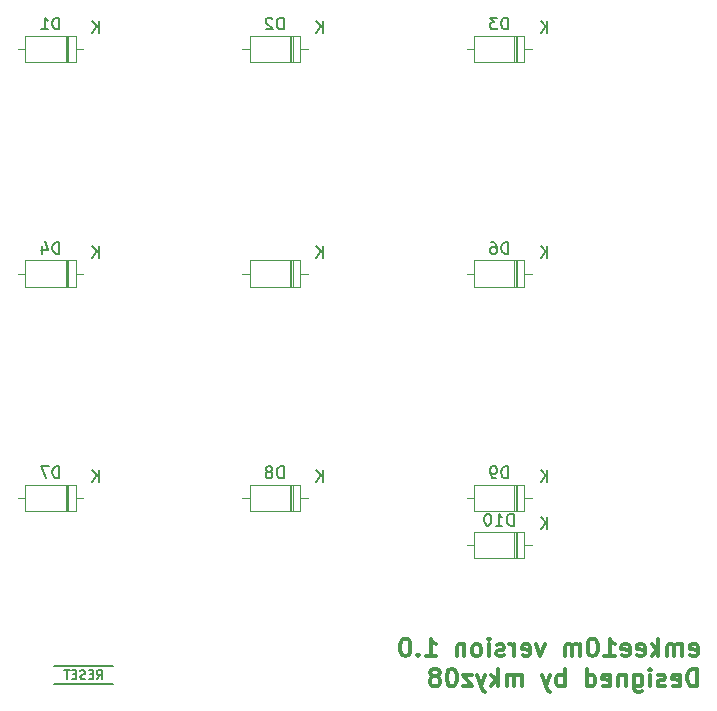
<source format=gbo>
G04 #@! TF.GenerationSoftware,KiCad,Pcbnew,(5.1.4)-1*
G04 #@! TF.CreationDate,2019-11-23T21:45:35+09:00*
G04 #@! TF.ProjectId,sakure10m,73616b75-7265-4313-906d-2e6b69636164,rev?*
G04 #@! TF.SameCoordinates,Original*
G04 #@! TF.FileFunction,Legend,Bot*
G04 #@! TF.FilePolarity,Positive*
%FSLAX46Y46*%
G04 Gerber Fmt 4.6, Leading zero omitted, Abs format (unit mm)*
G04 Created by KiCad (PCBNEW (5.1.4)-1) date 2019-11-23 21:45:35*
%MOMM*%
%LPD*%
G04 APERTURE LIST*
%ADD10C,0.300000*%
%ADD11C,0.120000*%
%ADD12C,0.150000*%
%ADD13C,2.302000*%
%ADD14O,1.702000X1.702000*%
%ADD15R,1.702000X1.702000*%
%ADD16C,1.102000*%
%ADD17C,1.802000*%
%ADD18C,2.002000*%
%ADD19C,4.102000*%
%ADD20R,1.626000X1.626000*%
%ADD21C,1.626000*%
G04 APERTURE END LIST*
D10*
X135276428Y-110732142D02*
X135419285Y-110803571D01*
X135705000Y-110803571D01*
X135847857Y-110732142D01*
X135919285Y-110589285D01*
X135919285Y-110017857D01*
X135847857Y-109875000D01*
X135705000Y-109803571D01*
X135419285Y-109803571D01*
X135276428Y-109875000D01*
X135205000Y-110017857D01*
X135205000Y-110160714D01*
X135919285Y-110303571D01*
X134562142Y-110803571D02*
X134562142Y-109803571D01*
X134562142Y-109946428D02*
X134490714Y-109875000D01*
X134347857Y-109803571D01*
X134133571Y-109803571D01*
X133990714Y-109875000D01*
X133919285Y-110017857D01*
X133919285Y-110803571D01*
X133919285Y-110017857D02*
X133847857Y-109875000D01*
X133705000Y-109803571D01*
X133490714Y-109803571D01*
X133347857Y-109875000D01*
X133276428Y-110017857D01*
X133276428Y-110803571D01*
X132562142Y-110803571D02*
X132562142Y-109303571D01*
X132419285Y-110232142D02*
X131990714Y-110803571D01*
X131990714Y-109803571D02*
X132562142Y-110375000D01*
X130776428Y-110732142D02*
X130919285Y-110803571D01*
X131205000Y-110803571D01*
X131347857Y-110732142D01*
X131419285Y-110589285D01*
X131419285Y-110017857D01*
X131347857Y-109875000D01*
X131205000Y-109803571D01*
X130919285Y-109803571D01*
X130776428Y-109875000D01*
X130705000Y-110017857D01*
X130705000Y-110160714D01*
X131419285Y-110303571D01*
X129490714Y-110732142D02*
X129633571Y-110803571D01*
X129919285Y-110803571D01*
X130062142Y-110732142D01*
X130133571Y-110589285D01*
X130133571Y-110017857D01*
X130062142Y-109875000D01*
X129919285Y-109803571D01*
X129633571Y-109803571D01*
X129490714Y-109875000D01*
X129419285Y-110017857D01*
X129419285Y-110160714D01*
X130133571Y-110303571D01*
X127990714Y-110803571D02*
X128847857Y-110803571D01*
X128419285Y-110803571D02*
X128419285Y-109303571D01*
X128562142Y-109517857D01*
X128704999Y-109660714D01*
X128847857Y-109732142D01*
X127062142Y-109303571D02*
X126919285Y-109303571D01*
X126776428Y-109375000D01*
X126704999Y-109446428D01*
X126633571Y-109589285D01*
X126562142Y-109875000D01*
X126562142Y-110232142D01*
X126633571Y-110517857D01*
X126704999Y-110660714D01*
X126776428Y-110732142D01*
X126919285Y-110803571D01*
X127062142Y-110803571D01*
X127204999Y-110732142D01*
X127276428Y-110660714D01*
X127347857Y-110517857D01*
X127419285Y-110232142D01*
X127419285Y-109875000D01*
X127347857Y-109589285D01*
X127276428Y-109446428D01*
X127204999Y-109375000D01*
X127062142Y-109303571D01*
X125919285Y-110803571D02*
X125919285Y-109803571D01*
X125919285Y-109946428D02*
X125847857Y-109875000D01*
X125704999Y-109803571D01*
X125490714Y-109803571D01*
X125347857Y-109875000D01*
X125276428Y-110017857D01*
X125276428Y-110803571D01*
X125276428Y-110017857D02*
X125204999Y-109875000D01*
X125062142Y-109803571D01*
X124847857Y-109803571D01*
X124704999Y-109875000D01*
X124633571Y-110017857D01*
X124633571Y-110803571D01*
X122919285Y-109803571D02*
X122562142Y-110803571D01*
X122204999Y-109803571D01*
X121062142Y-110732142D02*
X121204999Y-110803571D01*
X121490714Y-110803571D01*
X121633571Y-110732142D01*
X121704999Y-110589285D01*
X121704999Y-110017857D01*
X121633571Y-109875000D01*
X121490714Y-109803571D01*
X121204999Y-109803571D01*
X121062142Y-109875000D01*
X120990714Y-110017857D01*
X120990714Y-110160714D01*
X121704999Y-110303571D01*
X120347857Y-110803571D02*
X120347857Y-109803571D01*
X120347857Y-110089285D02*
X120276428Y-109946428D01*
X120204999Y-109875000D01*
X120062142Y-109803571D01*
X119919285Y-109803571D01*
X119490714Y-110732142D02*
X119347857Y-110803571D01*
X119062142Y-110803571D01*
X118919285Y-110732142D01*
X118847857Y-110589285D01*
X118847857Y-110517857D01*
X118919285Y-110375000D01*
X119062142Y-110303571D01*
X119276428Y-110303571D01*
X119419285Y-110232142D01*
X119490714Y-110089285D01*
X119490714Y-110017857D01*
X119419285Y-109875000D01*
X119276428Y-109803571D01*
X119062142Y-109803571D01*
X118919285Y-109875000D01*
X118204999Y-110803571D02*
X118204999Y-109803571D01*
X118204999Y-109303571D02*
X118276428Y-109375000D01*
X118204999Y-109446428D01*
X118133571Y-109375000D01*
X118204999Y-109303571D01*
X118204999Y-109446428D01*
X117276428Y-110803571D02*
X117419285Y-110732142D01*
X117490714Y-110660714D01*
X117562142Y-110517857D01*
X117562142Y-110089285D01*
X117490714Y-109946428D01*
X117419285Y-109875000D01*
X117276428Y-109803571D01*
X117062142Y-109803571D01*
X116919285Y-109875000D01*
X116847857Y-109946428D01*
X116776428Y-110089285D01*
X116776428Y-110517857D01*
X116847857Y-110660714D01*
X116919285Y-110732142D01*
X117062142Y-110803571D01*
X117276428Y-110803571D01*
X116133571Y-109803571D02*
X116133571Y-110803571D01*
X116133571Y-109946428D02*
X116062142Y-109875000D01*
X115919285Y-109803571D01*
X115704999Y-109803571D01*
X115562142Y-109875000D01*
X115490714Y-110017857D01*
X115490714Y-110803571D01*
X112847857Y-110803571D02*
X113704999Y-110803571D01*
X113276428Y-110803571D02*
X113276428Y-109303571D01*
X113419285Y-109517857D01*
X113562142Y-109660714D01*
X113704999Y-109732142D01*
X112204999Y-110660714D02*
X112133571Y-110732142D01*
X112204999Y-110803571D01*
X112276428Y-110732142D01*
X112204999Y-110660714D01*
X112204999Y-110803571D01*
X111204999Y-109303571D02*
X111062142Y-109303571D01*
X110919285Y-109375000D01*
X110847857Y-109446428D01*
X110776428Y-109589285D01*
X110704999Y-109875000D01*
X110704999Y-110232142D01*
X110776428Y-110517857D01*
X110847857Y-110660714D01*
X110919285Y-110732142D01*
X111062142Y-110803571D01*
X111204999Y-110803571D01*
X111347857Y-110732142D01*
X111419285Y-110660714D01*
X111490714Y-110517857D01*
X111562142Y-110232142D01*
X111562142Y-109875000D01*
X111490714Y-109589285D01*
X111419285Y-109446428D01*
X111347857Y-109375000D01*
X111204999Y-109303571D01*
X135847857Y-113353571D02*
X135847857Y-111853571D01*
X135490714Y-111853571D01*
X135276428Y-111925000D01*
X135133571Y-112067857D01*
X135062142Y-112210714D01*
X134990714Y-112496428D01*
X134990714Y-112710714D01*
X135062142Y-112996428D01*
X135133571Y-113139285D01*
X135276428Y-113282142D01*
X135490714Y-113353571D01*
X135847857Y-113353571D01*
X133776428Y-113282142D02*
X133919285Y-113353571D01*
X134205000Y-113353571D01*
X134347857Y-113282142D01*
X134419285Y-113139285D01*
X134419285Y-112567857D01*
X134347857Y-112425000D01*
X134205000Y-112353571D01*
X133919285Y-112353571D01*
X133776428Y-112425000D01*
X133705000Y-112567857D01*
X133705000Y-112710714D01*
X134419285Y-112853571D01*
X133133571Y-113282142D02*
X132990714Y-113353571D01*
X132705000Y-113353571D01*
X132562142Y-113282142D01*
X132490714Y-113139285D01*
X132490714Y-113067857D01*
X132562142Y-112925000D01*
X132705000Y-112853571D01*
X132919285Y-112853571D01*
X133062142Y-112782142D01*
X133133571Y-112639285D01*
X133133571Y-112567857D01*
X133062142Y-112425000D01*
X132919285Y-112353571D01*
X132705000Y-112353571D01*
X132562142Y-112425000D01*
X131847857Y-113353571D02*
X131847857Y-112353571D01*
X131847857Y-111853571D02*
X131919285Y-111925000D01*
X131847857Y-111996428D01*
X131776428Y-111925000D01*
X131847857Y-111853571D01*
X131847857Y-111996428D01*
X130490714Y-112353571D02*
X130490714Y-113567857D01*
X130562142Y-113710714D01*
X130633571Y-113782142D01*
X130776428Y-113853571D01*
X130990714Y-113853571D01*
X131133571Y-113782142D01*
X130490714Y-113282142D02*
X130633571Y-113353571D01*
X130919285Y-113353571D01*
X131062142Y-113282142D01*
X131133571Y-113210714D01*
X131205000Y-113067857D01*
X131205000Y-112639285D01*
X131133571Y-112496428D01*
X131062142Y-112425000D01*
X130919285Y-112353571D01*
X130633571Y-112353571D01*
X130490714Y-112425000D01*
X129776428Y-112353571D02*
X129776428Y-113353571D01*
X129776428Y-112496428D02*
X129705000Y-112425000D01*
X129562142Y-112353571D01*
X129347857Y-112353571D01*
X129205000Y-112425000D01*
X129133571Y-112567857D01*
X129133571Y-113353571D01*
X127847857Y-113282142D02*
X127990714Y-113353571D01*
X128276428Y-113353571D01*
X128419285Y-113282142D01*
X128490714Y-113139285D01*
X128490714Y-112567857D01*
X128419285Y-112425000D01*
X128276428Y-112353571D01*
X127990714Y-112353571D01*
X127847857Y-112425000D01*
X127776428Y-112567857D01*
X127776428Y-112710714D01*
X128490714Y-112853571D01*
X126490714Y-113353571D02*
X126490714Y-111853571D01*
X126490714Y-113282142D02*
X126633571Y-113353571D01*
X126919285Y-113353571D01*
X127062142Y-113282142D01*
X127133571Y-113210714D01*
X127205000Y-113067857D01*
X127205000Y-112639285D01*
X127133571Y-112496428D01*
X127062142Y-112425000D01*
X126919285Y-112353571D01*
X126633571Y-112353571D01*
X126490714Y-112425000D01*
X124633571Y-113353571D02*
X124633571Y-111853571D01*
X124633571Y-112425000D02*
X124490714Y-112353571D01*
X124205000Y-112353571D01*
X124062142Y-112425000D01*
X123990714Y-112496428D01*
X123919285Y-112639285D01*
X123919285Y-113067857D01*
X123990714Y-113210714D01*
X124062142Y-113282142D01*
X124205000Y-113353571D01*
X124490714Y-113353571D01*
X124633571Y-113282142D01*
X123419285Y-112353571D02*
X123062142Y-113353571D01*
X122705000Y-112353571D02*
X123062142Y-113353571D01*
X123205000Y-113710714D01*
X123276428Y-113782142D01*
X123419285Y-113853571D01*
X120990714Y-113353571D02*
X120990714Y-112353571D01*
X120990714Y-112496428D02*
X120919285Y-112425000D01*
X120776428Y-112353571D01*
X120562142Y-112353571D01*
X120419285Y-112425000D01*
X120347857Y-112567857D01*
X120347857Y-113353571D01*
X120347857Y-112567857D02*
X120276428Y-112425000D01*
X120133571Y-112353571D01*
X119919285Y-112353571D01*
X119776428Y-112425000D01*
X119705000Y-112567857D01*
X119705000Y-113353571D01*
X118990714Y-113353571D02*
X118990714Y-111853571D01*
X118847857Y-112782142D02*
X118419285Y-113353571D01*
X118419285Y-112353571D02*
X118990714Y-112925000D01*
X117919285Y-112353571D02*
X117562142Y-113353571D01*
X117205000Y-112353571D02*
X117562142Y-113353571D01*
X117705000Y-113710714D01*
X117776428Y-113782142D01*
X117919285Y-113853571D01*
X116776428Y-112353571D02*
X115990714Y-112353571D01*
X116776428Y-113353571D01*
X115990714Y-113353571D01*
X115133571Y-111853571D02*
X114990714Y-111853571D01*
X114847857Y-111925000D01*
X114776428Y-111996428D01*
X114705000Y-112139285D01*
X114633571Y-112425000D01*
X114633571Y-112782142D01*
X114705000Y-113067857D01*
X114776428Y-113210714D01*
X114847857Y-113282142D01*
X114990714Y-113353571D01*
X115133571Y-113353571D01*
X115276428Y-113282142D01*
X115347857Y-113210714D01*
X115419285Y-113067857D01*
X115490714Y-112782142D01*
X115490714Y-112425000D01*
X115419285Y-112139285D01*
X115347857Y-111996428D01*
X115276428Y-111925000D01*
X115133571Y-111853571D01*
X113776428Y-112496428D02*
X113919285Y-112425000D01*
X113990714Y-112353571D01*
X114062142Y-112210714D01*
X114062142Y-112139285D01*
X113990714Y-111996428D01*
X113919285Y-111925000D01*
X113776428Y-111853571D01*
X113490714Y-111853571D01*
X113347857Y-111925000D01*
X113276428Y-111996428D01*
X113205000Y-112139285D01*
X113205000Y-112210714D01*
X113276428Y-112353571D01*
X113347857Y-112425000D01*
X113490714Y-112496428D01*
X113776428Y-112496428D01*
X113919285Y-112567857D01*
X113990714Y-112639285D01*
X114062142Y-112782142D01*
X114062142Y-113067857D01*
X113990714Y-113210714D01*
X113919285Y-113282142D01*
X113776428Y-113353571D01*
X113490714Y-113353571D01*
X113347857Y-113282142D01*
X113276428Y-113210714D01*
X113205000Y-113067857D01*
X113205000Y-112782142D01*
X113276428Y-112639285D01*
X113347857Y-112567857D01*
X113490714Y-112496428D01*
D11*
X120610000Y-100280000D02*
X120610000Y-102520000D01*
X120370000Y-100280000D02*
X120370000Y-102520000D01*
X120490000Y-100280000D02*
X120490000Y-102520000D01*
X116320000Y-101400000D02*
X116970000Y-101400000D01*
X121860000Y-101400000D02*
X121210000Y-101400000D01*
X116970000Y-100280000D02*
X121210000Y-100280000D01*
X116970000Y-102520000D02*
X116970000Y-100280000D01*
X121210000Y-102520000D02*
X116970000Y-102520000D01*
X121210000Y-100280000D02*
X121210000Y-102520000D01*
D12*
X86400000Y-111650000D02*
X81400000Y-111650000D01*
X86400000Y-113150000D02*
X81400000Y-113150000D01*
D11*
X120610000Y-96280000D02*
X120610000Y-98520000D01*
X120370000Y-96280000D02*
X120370000Y-98520000D01*
X120490000Y-96280000D02*
X120490000Y-98520000D01*
X116320000Y-97400000D02*
X116970000Y-97400000D01*
X121860000Y-97400000D02*
X121210000Y-97400000D01*
X116970000Y-96280000D02*
X121210000Y-96280000D01*
X116970000Y-98520000D02*
X116970000Y-96280000D01*
X121210000Y-98520000D02*
X116970000Y-98520000D01*
X121210000Y-96280000D02*
X121210000Y-98520000D01*
X101610000Y-96280000D02*
X101610000Y-98520000D01*
X101370000Y-96280000D02*
X101370000Y-98520000D01*
X101490000Y-96280000D02*
X101490000Y-98520000D01*
X97320000Y-97400000D02*
X97970000Y-97400000D01*
X102860000Y-97400000D02*
X102210000Y-97400000D01*
X97970000Y-96280000D02*
X102210000Y-96280000D01*
X97970000Y-98520000D02*
X97970000Y-96280000D01*
X102210000Y-98520000D02*
X97970000Y-98520000D01*
X102210000Y-96280000D02*
X102210000Y-98520000D01*
X82610000Y-96280000D02*
X82610000Y-98520000D01*
X82370000Y-96280000D02*
X82370000Y-98520000D01*
X82490000Y-96280000D02*
X82490000Y-98520000D01*
X78320000Y-97400000D02*
X78970000Y-97400000D01*
X83860000Y-97400000D02*
X83210000Y-97400000D01*
X78970000Y-96280000D02*
X83210000Y-96280000D01*
X78970000Y-98520000D02*
X78970000Y-96280000D01*
X83210000Y-98520000D02*
X78970000Y-98520000D01*
X83210000Y-96280000D02*
X83210000Y-98520000D01*
X101610000Y-77280000D02*
X101610000Y-79520000D01*
X101370000Y-77280000D02*
X101370000Y-79520000D01*
X101490000Y-77280000D02*
X101490000Y-79520000D01*
X97320000Y-78400000D02*
X97970000Y-78400000D01*
X102860000Y-78400000D02*
X102210000Y-78400000D01*
X97970000Y-77280000D02*
X102210000Y-77280000D01*
X97970000Y-79520000D02*
X97970000Y-77280000D01*
X102210000Y-79520000D02*
X97970000Y-79520000D01*
X102210000Y-77280000D02*
X102210000Y-79520000D01*
X101610000Y-58280000D02*
X101610000Y-60520000D01*
X101370000Y-58280000D02*
X101370000Y-60520000D01*
X101490000Y-58280000D02*
X101490000Y-60520000D01*
X97320000Y-59400000D02*
X97970000Y-59400000D01*
X102860000Y-59400000D02*
X102210000Y-59400000D01*
X97970000Y-58280000D02*
X102210000Y-58280000D01*
X97970000Y-60520000D02*
X97970000Y-58280000D01*
X102210000Y-60520000D02*
X97970000Y-60520000D01*
X102210000Y-58280000D02*
X102210000Y-60520000D01*
X120610000Y-77280000D02*
X120610000Y-79520000D01*
X120370000Y-77280000D02*
X120370000Y-79520000D01*
X120490000Y-77280000D02*
X120490000Y-79520000D01*
X116320000Y-78400000D02*
X116970000Y-78400000D01*
X121860000Y-78400000D02*
X121210000Y-78400000D01*
X116970000Y-77280000D02*
X121210000Y-77280000D01*
X116970000Y-79520000D02*
X116970000Y-77280000D01*
X121210000Y-79520000D02*
X116970000Y-79520000D01*
X121210000Y-77280000D02*
X121210000Y-79520000D01*
X82610000Y-77280000D02*
X82610000Y-79520000D01*
X82370000Y-77280000D02*
X82370000Y-79520000D01*
X82490000Y-77280000D02*
X82490000Y-79520000D01*
X78320000Y-78400000D02*
X78970000Y-78400000D01*
X83860000Y-78400000D02*
X83210000Y-78400000D01*
X78970000Y-77280000D02*
X83210000Y-77280000D01*
X78970000Y-79520000D02*
X78970000Y-77280000D01*
X83210000Y-79520000D02*
X78970000Y-79520000D01*
X83210000Y-77280000D02*
X83210000Y-79520000D01*
X120610000Y-58280000D02*
X120610000Y-60520000D01*
X120370000Y-58280000D02*
X120370000Y-60520000D01*
X120490000Y-58280000D02*
X120490000Y-60520000D01*
X116320000Y-59400000D02*
X116970000Y-59400000D01*
X121860000Y-59400000D02*
X121210000Y-59400000D01*
X116970000Y-58280000D02*
X121210000Y-58280000D01*
X116970000Y-60520000D02*
X116970000Y-58280000D01*
X121210000Y-60520000D02*
X116970000Y-60520000D01*
X121210000Y-58280000D02*
X121210000Y-60520000D01*
X82610000Y-58280000D02*
X82610000Y-60520000D01*
X82370000Y-58280000D02*
X82370000Y-60520000D01*
X82490000Y-58280000D02*
X82490000Y-60520000D01*
X78320000Y-59400000D02*
X78970000Y-59400000D01*
X83860000Y-59400000D02*
X83210000Y-59400000D01*
X78970000Y-58280000D02*
X83210000Y-58280000D01*
X78970000Y-60520000D02*
X78970000Y-58280000D01*
X83210000Y-60520000D02*
X78970000Y-60520000D01*
X83210000Y-58280000D02*
X83210000Y-60520000D01*
D12*
X120304285Y-99732380D02*
X120304285Y-98732380D01*
X120066190Y-98732380D01*
X119923333Y-98780000D01*
X119828095Y-98875238D01*
X119780476Y-98970476D01*
X119732857Y-99160952D01*
X119732857Y-99303809D01*
X119780476Y-99494285D01*
X119828095Y-99589523D01*
X119923333Y-99684761D01*
X120066190Y-99732380D01*
X120304285Y-99732380D01*
X118780476Y-99732380D02*
X119351904Y-99732380D01*
X119066190Y-99732380D02*
X119066190Y-98732380D01*
X119161428Y-98875238D01*
X119256666Y-98970476D01*
X119351904Y-99018095D01*
X118161428Y-98732380D02*
X118066190Y-98732380D01*
X117970952Y-98780000D01*
X117923333Y-98827619D01*
X117875714Y-98922857D01*
X117828095Y-99113333D01*
X117828095Y-99351428D01*
X117875714Y-99541904D01*
X117923333Y-99637142D01*
X117970952Y-99684761D01*
X118066190Y-99732380D01*
X118161428Y-99732380D01*
X118256666Y-99684761D01*
X118304285Y-99637142D01*
X118351904Y-99541904D01*
X118399523Y-99351428D01*
X118399523Y-99113333D01*
X118351904Y-98922857D01*
X118304285Y-98827619D01*
X118256666Y-98780000D01*
X118161428Y-98732380D01*
X123161904Y-100052380D02*
X123161904Y-99052380D01*
X122590476Y-100052380D02*
X123019047Y-99480952D01*
X122590476Y-99052380D02*
X123161904Y-99623809D01*
X84989285Y-112739285D02*
X85239285Y-112382142D01*
X85417857Y-112739285D02*
X85417857Y-111989285D01*
X85132142Y-111989285D01*
X85060714Y-112025000D01*
X85025000Y-112060714D01*
X84989285Y-112132142D01*
X84989285Y-112239285D01*
X85025000Y-112310714D01*
X85060714Y-112346428D01*
X85132142Y-112382142D01*
X85417857Y-112382142D01*
X84667857Y-112346428D02*
X84417857Y-112346428D01*
X84310714Y-112739285D02*
X84667857Y-112739285D01*
X84667857Y-111989285D01*
X84310714Y-111989285D01*
X84025000Y-112703571D02*
X83917857Y-112739285D01*
X83739285Y-112739285D01*
X83667857Y-112703571D01*
X83632142Y-112667857D01*
X83596428Y-112596428D01*
X83596428Y-112525000D01*
X83632142Y-112453571D01*
X83667857Y-112417857D01*
X83739285Y-112382142D01*
X83882142Y-112346428D01*
X83953571Y-112310714D01*
X83989285Y-112275000D01*
X84025000Y-112203571D01*
X84025000Y-112132142D01*
X83989285Y-112060714D01*
X83953571Y-112025000D01*
X83882142Y-111989285D01*
X83703571Y-111989285D01*
X83596428Y-112025000D01*
X83275000Y-112346428D02*
X83025000Y-112346428D01*
X82917857Y-112739285D02*
X83275000Y-112739285D01*
X83275000Y-111989285D01*
X82917857Y-111989285D01*
X82703571Y-111989285D02*
X82275000Y-111989285D01*
X82489285Y-112739285D02*
X82489285Y-111989285D01*
X119828095Y-95732380D02*
X119828095Y-94732380D01*
X119590000Y-94732380D01*
X119447142Y-94780000D01*
X119351904Y-94875238D01*
X119304285Y-94970476D01*
X119256666Y-95160952D01*
X119256666Y-95303809D01*
X119304285Y-95494285D01*
X119351904Y-95589523D01*
X119447142Y-95684761D01*
X119590000Y-95732380D01*
X119828095Y-95732380D01*
X118780476Y-95732380D02*
X118590000Y-95732380D01*
X118494761Y-95684761D01*
X118447142Y-95637142D01*
X118351904Y-95494285D01*
X118304285Y-95303809D01*
X118304285Y-94922857D01*
X118351904Y-94827619D01*
X118399523Y-94780000D01*
X118494761Y-94732380D01*
X118685238Y-94732380D01*
X118780476Y-94780000D01*
X118828095Y-94827619D01*
X118875714Y-94922857D01*
X118875714Y-95160952D01*
X118828095Y-95256190D01*
X118780476Y-95303809D01*
X118685238Y-95351428D01*
X118494761Y-95351428D01*
X118399523Y-95303809D01*
X118351904Y-95256190D01*
X118304285Y-95160952D01*
X123161904Y-96052380D02*
X123161904Y-95052380D01*
X122590476Y-96052380D02*
X123019047Y-95480952D01*
X122590476Y-95052380D02*
X123161904Y-95623809D01*
X100828095Y-95732380D02*
X100828095Y-94732380D01*
X100590000Y-94732380D01*
X100447142Y-94780000D01*
X100351904Y-94875238D01*
X100304285Y-94970476D01*
X100256666Y-95160952D01*
X100256666Y-95303809D01*
X100304285Y-95494285D01*
X100351904Y-95589523D01*
X100447142Y-95684761D01*
X100590000Y-95732380D01*
X100828095Y-95732380D01*
X99685238Y-95160952D02*
X99780476Y-95113333D01*
X99828095Y-95065714D01*
X99875714Y-94970476D01*
X99875714Y-94922857D01*
X99828095Y-94827619D01*
X99780476Y-94780000D01*
X99685238Y-94732380D01*
X99494761Y-94732380D01*
X99399523Y-94780000D01*
X99351904Y-94827619D01*
X99304285Y-94922857D01*
X99304285Y-94970476D01*
X99351904Y-95065714D01*
X99399523Y-95113333D01*
X99494761Y-95160952D01*
X99685238Y-95160952D01*
X99780476Y-95208571D01*
X99828095Y-95256190D01*
X99875714Y-95351428D01*
X99875714Y-95541904D01*
X99828095Y-95637142D01*
X99780476Y-95684761D01*
X99685238Y-95732380D01*
X99494761Y-95732380D01*
X99399523Y-95684761D01*
X99351904Y-95637142D01*
X99304285Y-95541904D01*
X99304285Y-95351428D01*
X99351904Y-95256190D01*
X99399523Y-95208571D01*
X99494761Y-95160952D01*
X104161904Y-96052380D02*
X104161904Y-95052380D01*
X103590476Y-96052380D02*
X104019047Y-95480952D01*
X103590476Y-95052380D02*
X104161904Y-95623809D01*
X81828095Y-95732380D02*
X81828095Y-94732380D01*
X81590000Y-94732380D01*
X81447142Y-94780000D01*
X81351904Y-94875238D01*
X81304285Y-94970476D01*
X81256666Y-95160952D01*
X81256666Y-95303809D01*
X81304285Y-95494285D01*
X81351904Y-95589523D01*
X81447142Y-95684761D01*
X81590000Y-95732380D01*
X81828095Y-95732380D01*
X80923333Y-94732380D02*
X80256666Y-94732380D01*
X80685238Y-95732380D01*
X85161904Y-96052380D02*
X85161904Y-95052380D01*
X84590476Y-96052380D02*
X85019047Y-95480952D01*
X84590476Y-95052380D02*
X85161904Y-95623809D01*
X104161904Y-77052380D02*
X104161904Y-76052380D01*
X103590476Y-77052380D02*
X104019047Y-76480952D01*
X103590476Y-76052380D02*
X104161904Y-76623809D01*
X100828095Y-57732380D02*
X100828095Y-56732380D01*
X100590000Y-56732380D01*
X100447142Y-56780000D01*
X100351904Y-56875238D01*
X100304285Y-56970476D01*
X100256666Y-57160952D01*
X100256666Y-57303809D01*
X100304285Y-57494285D01*
X100351904Y-57589523D01*
X100447142Y-57684761D01*
X100590000Y-57732380D01*
X100828095Y-57732380D01*
X99875714Y-56827619D02*
X99828095Y-56780000D01*
X99732857Y-56732380D01*
X99494761Y-56732380D01*
X99399523Y-56780000D01*
X99351904Y-56827619D01*
X99304285Y-56922857D01*
X99304285Y-57018095D01*
X99351904Y-57160952D01*
X99923333Y-57732380D01*
X99304285Y-57732380D01*
X104161904Y-58052380D02*
X104161904Y-57052380D01*
X103590476Y-58052380D02*
X104019047Y-57480952D01*
X103590476Y-57052380D02*
X104161904Y-57623809D01*
X119828095Y-76732380D02*
X119828095Y-75732380D01*
X119590000Y-75732380D01*
X119447142Y-75780000D01*
X119351904Y-75875238D01*
X119304285Y-75970476D01*
X119256666Y-76160952D01*
X119256666Y-76303809D01*
X119304285Y-76494285D01*
X119351904Y-76589523D01*
X119447142Y-76684761D01*
X119590000Y-76732380D01*
X119828095Y-76732380D01*
X118399523Y-75732380D02*
X118590000Y-75732380D01*
X118685238Y-75780000D01*
X118732857Y-75827619D01*
X118828095Y-75970476D01*
X118875714Y-76160952D01*
X118875714Y-76541904D01*
X118828095Y-76637142D01*
X118780476Y-76684761D01*
X118685238Y-76732380D01*
X118494761Y-76732380D01*
X118399523Y-76684761D01*
X118351904Y-76637142D01*
X118304285Y-76541904D01*
X118304285Y-76303809D01*
X118351904Y-76208571D01*
X118399523Y-76160952D01*
X118494761Y-76113333D01*
X118685238Y-76113333D01*
X118780476Y-76160952D01*
X118828095Y-76208571D01*
X118875714Y-76303809D01*
X123161904Y-77052380D02*
X123161904Y-76052380D01*
X122590476Y-77052380D02*
X123019047Y-76480952D01*
X122590476Y-76052380D02*
X123161904Y-76623809D01*
X81828095Y-76732380D02*
X81828095Y-75732380D01*
X81590000Y-75732380D01*
X81447142Y-75780000D01*
X81351904Y-75875238D01*
X81304285Y-75970476D01*
X81256666Y-76160952D01*
X81256666Y-76303809D01*
X81304285Y-76494285D01*
X81351904Y-76589523D01*
X81447142Y-76684761D01*
X81590000Y-76732380D01*
X81828095Y-76732380D01*
X80399523Y-76065714D02*
X80399523Y-76732380D01*
X80637619Y-75684761D02*
X80875714Y-76399047D01*
X80256666Y-76399047D01*
X85161904Y-77052380D02*
X85161904Y-76052380D01*
X84590476Y-77052380D02*
X85019047Y-76480952D01*
X84590476Y-76052380D02*
X85161904Y-76623809D01*
X119828095Y-57732380D02*
X119828095Y-56732380D01*
X119590000Y-56732380D01*
X119447142Y-56780000D01*
X119351904Y-56875238D01*
X119304285Y-56970476D01*
X119256666Y-57160952D01*
X119256666Y-57303809D01*
X119304285Y-57494285D01*
X119351904Y-57589523D01*
X119447142Y-57684761D01*
X119590000Y-57732380D01*
X119828095Y-57732380D01*
X118923333Y-56732380D02*
X118304285Y-56732380D01*
X118637619Y-57113333D01*
X118494761Y-57113333D01*
X118399523Y-57160952D01*
X118351904Y-57208571D01*
X118304285Y-57303809D01*
X118304285Y-57541904D01*
X118351904Y-57637142D01*
X118399523Y-57684761D01*
X118494761Y-57732380D01*
X118780476Y-57732380D01*
X118875714Y-57684761D01*
X118923333Y-57637142D01*
X123161904Y-58052380D02*
X123161904Y-57052380D01*
X122590476Y-58052380D02*
X123019047Y-57480952D01*
X122590476Y-57052380D02*
X123161904Y-57623809D01*
X81828095Y-57732380D02*
X81828095Y-56732380D01*
X81590000Y-56732380D01*
X81447142Y-56780000D01*
X81351904Y-56875238D01*
X81304285Y-56970476D01*
X81256666Y-57160952D01*
X81256666Y-57303809D01*
X81304285Y-57494285D01*
X81351904Y-57589523D01*
X81447142Y-57684761D01*
X81590000Y-57732380D01*
X81828095Y-57732380D01*
X80304285Y-57732380D02*
X80875714Y-57732380D01*
X80590000Y-57732380D02*
X80590000Y-56732380D01*
X80685238Y-56875238D01*
X80780476Y-56970476D01*
X80875714Y-57018095D01*
X85161904Y-58052380D02*
X85161904Y-57052380D01*
X84590476Y-58052380D02*
X85019047Y-57480952D01*
X84590476Y-57052380D02*
X85161904Y-57623809D01*
%LPC*%
D13*
X141900000Y-78400000D03*
X160900000Y-78400000D03*
X160900000Y-114400000D03*
X73900000Y-114400000D03*
X73900000Y-43400000D03*
X160900000Y-43400000D03*
D14*
X115280000Y-101400000D03*
D15*
X122900000Y-101400000D03*
D14*
X115280000Y-97400000D03*
D15*
X122900000Y-97400000D03*
D14*
X96280000Y-97400000D03*
D15*
X103900000Y-97400000D03*
D14*
X77280000Y-97400000D03*
D15*
X84900000Y-97400000D03*
D14*
X96280000Y-78400000D03*
D15*
X103900000Y-78400000D03*
D14*
X96280000Y-59400000D03*
D15*
X103900000Y-59400000D03*
D14*
X115280000Y-78400000D03*
D15*
X122900000Y-78400000D03*
D14*
X77280000Y-78400000D03*
D15*
X84900000Y-78400000D03*
D14*
X115280000Y-59400000D03*
D15*
X122900000Y-59400000D03*
D14*
X77280000Y-59400000D03*
D15*
X84900000Y-59400000D03*
D16*
X117680000Y-93600000D03*
X128120000Y-93600000D03*
D17*
X117820000Y-89400000D03*
X127980000Y-89400000D03*
D13*
X119090000Y-86860000D03*
X125440000Y-84320000D03*
X122900000Y-83500000D03*
D18*
X128400000Y-89400000D03*
X117400000Y-89400000D03*
D19*
X122900000Y-89400000D03*
D13*
X128000000Y-85500000D03*
D20*
X155900000Y-90400000D03*
X155900000Y-87860000D03*
X155900000Y-85320000D03*
D16*
X79680000Y-55600000D03*
X90120000Y-55600000D03*
D17*
X79820000Y-51400000D03*
X89980000Y-51400000D03*
D13*
X81090000Y-48860000D03*
X87440000Y-46320000D03*
X84900000Y-45500000D03*
D18*
X90400000Y-51400000D03*
X79400000Y-51400000D03*
D19*
X84900000Y-51400000D03*
D13*
X90000000Y-47500000D03*
D21*
X140291400Y-46922000D03*
X140291400Y-49462000D03*
X140291400Y-52002000D03*
X140291400Y-54542000D03*
X140291400Y-57082000D03*
X140291400Y-59622000D03*
X140291400Y-62162000D03*
X140291400Y-64702000D03*
X140291400Y-67242000D03*
X140291400Y-69782000D03*
X140291400Y-72322000D03*
X140291400Y-74862000D03*
X155511400Y-74862000D03*
X155511400Y-72322000D03*
X155511400Y-69782000D03*
X155511400Y-67242000D03*
X155511400Y-64702000D03*
X155511400Y-62162000D03*
X155511400Y-59622000D03*
X155511400Y-57082000D03*
X155511400Y-54542000D03*
X155511400Y-52002000D03*
X155511400Y-49462000D03*
X155511400Y-46922000D03*
D16*
X98680000Y-93600000D03*
X109120000Y-93600000D03*
D17*
X98820000Y-89400000D03*
X108980000Y-89400000D03*
D13*
X100090000Y-86860000D03*
X106440000Y-84320000D03*
X103900000Y-83500000D03*
D18*
X109400000Y-89400000D03*
X98400000Y-89400000D03*
D19*
X103900000Y-89400000D03*
D13*
X109000000Y-85500000D03*
D16*
X79680000Y-74600000D03*
X90120000Y-74600000D03*
D17*
X79820000Y-70400000D03*
X89980000Y-70400000D03*
D13*
X81090000Y-67860000D03*
X87440000Y-65320000D03*
X84900000Y-64500000D03*
D18*
X90400000Y-70400000D03*
X79400000Y-70400000D03*
D19*
X84900000Y-70400000D03*
D13*
X90000000Y-66500000D03*
D16*
X79680000Y-93600000D03*
X90120000Y-93600000D03*
D17*
X79820000Y-89400000D03*
X89980000Y-89400000D03*
D13*
X81090000Y-86860000D03*
X87440000Y-84320000D03*
X84900000Y-83500000D03*
D18*
X90400000Y-89400000D03*
X79400000Y-89400000D03*
D19*
X84900000Y-89400000D03*
D13*
X90000000Y-85500000D03*
D16*
X117680000Y-74600000D03*
X128120000Y-74600000D03*
D17*
X117820000Y-70400000D03*
X127980000Y-70400000D03*
D13*
X119090000Y-67860000D03*
X125440000Y-65320000D03*
X122900000Y-64500000D03*
D18*
X128400000Y-70400000D03*
X117400000Y-70400000D03*
D19*
X122900000Y-70400000D03*
D13*
X128000000Y-66500000D03*
D16*
X117680000Y-55600000D03*
X128120000Y-55600000D03*
D17*
X117820000Y-51400000D03*
X127980000Y-51400000D03*
D13*
X119090000Y-48860000D03*
X125440000Y-46320000D03*
X122900000Y-45500000D03*
D18*
X128400000Y-51400000D03*
X117400000Y-51400000D03*
D19*
X122900000Y-51400000D03*
D13*
X128000000Y-47500000D03*
D16*
X98680000Y-74600000D03*
X109120000Y-74600000D03*
D17*
X98820000Y-70400000D03*
X108980000Y-70400000D03*
D13*
X100090000Y-67860000D03*
X106440000Y-65320000D03*
X103900000Y-64500000D03*
D18*
X109400000Y-70400000D03*
X98400000Y-70400000D03*
D19*
X103900000Y-70400000D03*
D13*
X109000000Y-66500000D03*
D16*
X98680000Y-55600000D03*
X109120000Y-55600000D03*
D17*
X98820000Y-51400000D03*
X108980000Y-51400000D03*
D13*
X100090000Y-48860000D03*
X106440000Y-46320000D03*
X103900000Y-45500000D03*
D18*
X109400000Y-51400000D03*
X98400000Y-51400000D03*
D19*
X103900000Y-51400000D03*
D13*
X109000000Y-47500000D03*
X151748528Y-97036039D03*
D19*
X150900000Y-103400000D03*
D18*
X147010913Y-107289087D03*
X154789087Y-99510913D03*
D13*
X146728070Y-99228070D03*
X149103949Y-98011846D03*
X146409872Y-104298026D03*
D17*
X154492102Y-99807898D03*
X147307898Y-106992102D03*
D16*
X157560946Y-102678751D03*
X150178751Y-110060946D03*
M02*

</source>
